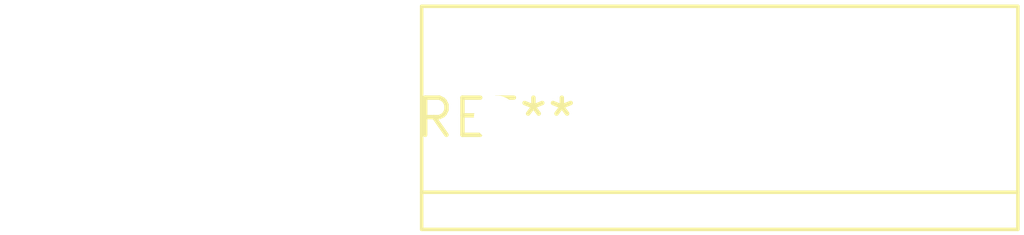
<source format=kicad_pcb>
(kicad_pcb (version 20240108) (generator pcbnew)
  (layers (0 "F.Cu" signal) (31 "B.Cu" signal) (34 "B.Paste" user) (35 "F.Paste" user) (36 "B.SilkS" user "B.Silkscreen") (37 "F.SilkS" user "F.Silkscreen") (38 "B.Mask" user) (39 "F.Mask" user) (44 "Edge.Cuts" user))
  (net 0 "")
  (footprint "TerminalBlock_bornier-4_P5.08mm" (layer "F.Cu") (at 0 0)
    (property "Reference" "REF**")
    (property "Value" "TerminalBlock_bornier-4_P5.08mm")
    (fp_line (start -2.54 -3.81) (end -2.54 3.81) (layer "F.SilkS") (stroke (width 0.12)))
    (fp_line (start -2.54 -3.81) (end 17.78 -3.81) (layer "F.SilkS") (stroke (width 0.12)))
    (fp_line (start -2.54 3.81) (end 17.78 3.81) (layer "F.SilkS") (stroke (width 0.12)))
    (fp_line (start 17.78 2.54) (end -2.54 2.54) (layer "F.SilkS") (stroke (width 0.12)))
    (fp_line (start 17.78 3.81) (end 17.78 -3.81) (layer "F.SilkS") (stroke (width 0.12)))
    (pad "1" thru_hole rect (at 0 0) (size 3 3) (drill 1.52) (layers *.Cu *.Mask) (remove_unused_layers))
    (pad "2" thru_hole circle (at 5.08 0) (size 3 3) (drill 1.52) (layers *.Cu *.Mask) (remove_unused_layers))
    (pad "3" thru_hole circle (at 10.16 0) (size 3 3) (drill 1.52) (layers *.Cu *.Mask) (remove_unused_layers))
    (pad "4" thru_hole circle (at 15.24 0) (size 3 3) (drill 1.52) (layers *.Cu *.Mask) (remove_unused_layers))
  )
)
</source>
